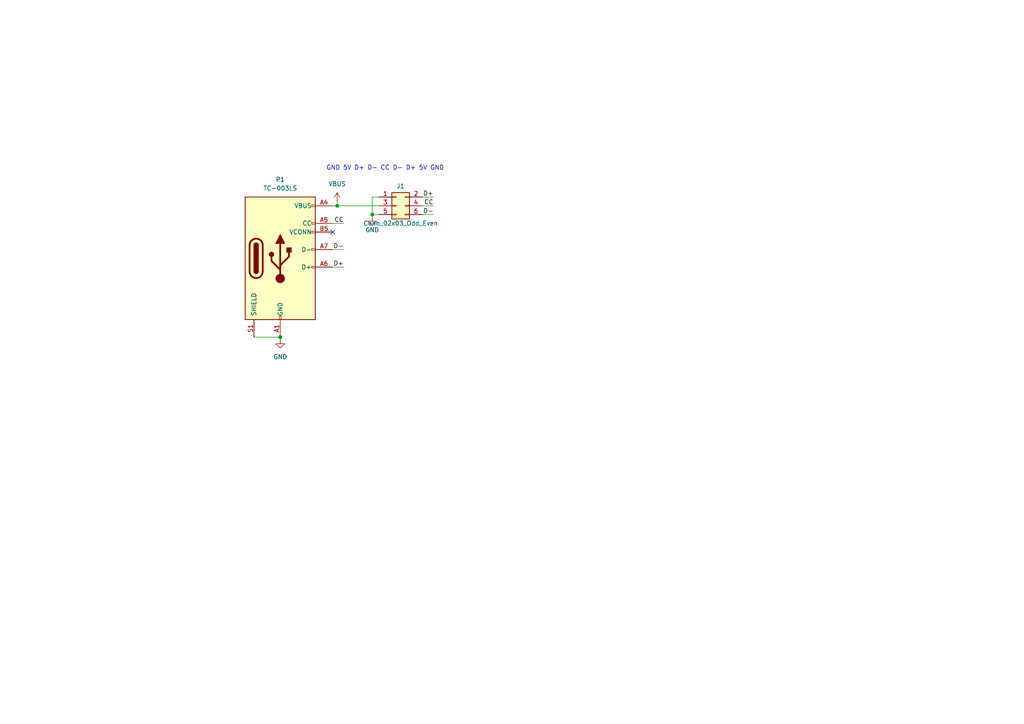
<source format=kicad_sch>
(kicad_sch (version 20230121) (generator eeschema)
  (paper "A4")
  (lib_symbols
    (symbol "Connector:USB_C_Plug_USB2.0" (pin_names (offset 1.016))
      (property "Reference" "P" (at -10.16 19.05 0))
      (property "Value" "USB_C_Plug_USB2.0" (at 12.7 19.05 0))
      (symbol "USB_C_Plug_USB2.0_0_0"
        (rectangle (start -0.254 -17.78) (end 0.254 -16.764))
        (rectangle (start 10.16 -2.286) (end 9.144 -2.794))
        (rectangle (start 10.16 2.794) (end 9.144 2.286))
        (rectangle (start 10.16 7.874) (end 9.144 7.366))
        (rectangle (start 10.16 10.414) (end 9.144 9.906))
        (rectangle (start 10.16 15.494) (end 9.144 14.986))
      )
      (symbol "USB_C_Plug_USB2.0_0_1"
        (rectangle (start -10.16 17.78) (end 10.16 -17.78) (stroke (width 0.254)) (fill (type background)))
        (arc (start -8.89 -3.81) (mid -6.985 -5.7067) (end -5.08 -3.81) (stroke (width 0.508)))
        (arc (start -7.62 -3.81) (mid -6.985 -4.4423) (end -6.35 -3.81) (stroke (width 0.254)))
        (arc (start -7.62 -3.81) (mid -6.985 -4.4423) (end -6.35 -3.81) (stroke (width 0.254)) (fill (type outline)))
        (rectangle (start -7.62 -3.81) (end -6.35 3.81) (stroke (width 0.254)) (fill (type outline)))
        (arc (start -6.35 3.81) (mid -6.985 4.4423) (end -7.62 3.81) (stroke (width 0.254)))
        (arc (start -6.35 3.81) (mid -6.985 4.4423) (end -7.62 3.81) (stroke (width 0.254)) (fill (type outline)))
        (arc (start -5.08 3.81) (mid -6.985 5.7067) (end -8.89 3.81) (stroke (width 0.508)))
        (circle (center -2.54 1.143) (radius 0.635) (stroke (width 0.254)) (fill (type outline)))
        (circle (center 0 -5.842) (radius 1.27) (fill (type outline)))
        (polyline (pts (xy -8.89 -3.81) (xy -8.89 3.81)) (stroke (width 0.508)))
        (polyline (pts (xy -5.08 3.81) (xy -5.08 -3.81)) (stroke (width 0.508)))
        (polyline (pts (xy 0 -5.842) (xy 0 4.318)) (stroke (width 0.508)))
        (polyline (pts (xy 0 -3.302) (xy -2.54 -0.762) (xy -2.54 0.508)) (stroke (width 0.508)))
        (polyline (pts (xy 0 -2.032) (xy 2.54 0.508) (xy 2.54 1.778)) (stroke (width 0.508)))
        (polyline (pts (xy -1.27 4.318) (xy 0 6.858) (xy 1.27 4.318) (xy -1.27 4.318)) (stroke (width 0.254)) (fill (type outline)))
        (rectangle (start 1.905 1.778) (end 3.175 3.048) (stroke (width 0.254)) (fill (type outline)))
      )
      (symbol "USB_C_Plug_USB2.0_1_1"
        (pin passive line (at 0 -22.86 90) (length 5.08) (name "GND") (number "A1"))
        (pin passive line (at 0 -22.86 90) (length 5.08) hide (name "GND") (number "A12"))
        (pin passive line (at 15.24 15.24 180) (length 5.08) (name "VBUS") (number "A4"))
        (pin bidirectional line (at 15.24 10.16 180) (length 5.08) (name "CC") (number "A5"))
        (pin bidirectional line (at 15.24 -2.54 180) (length 5.08) (name "D+") (number "A6"))
        (pin bidirectional line (at 15.24 2.54 180) (length 5.08) (name "D-") (number "A7"))
        (pin passive line (at 15.24 15.24 180) (length 5.08) hide (name "VBUS") (number "A9"))
        (pin passive line (at 0 -22.86 90) (length 5.08) hide (name "GND") (number "B1"))
        (pin passive line (at 0 -22.86 90) (length 5.08) hide (name "GND") (number "B12"))
        (pin passive line (at 15.24 15.24 180) (length 5.08) hide (name "VBUS") (number "B4"))
        (pin bidirectional line (at 15.24 7.62 180) (length 5.08) (name "VCONN") (number "B5"))
        (pin passive line (at 15.24 15.24 180) (length 5.08) hide (name "VBUS") (number "B9"))
        (pin passive line (at -7.62 -22.86 90) (length 5.08) (name "SHIELD") (number "S1"))
      )
    )
    (symbol "Connector_Generic:Conn_02x03_Odd_Even" (pin_names (offset 1.016) hide)
      (property "Reference" "J" (at 1.27 5.08 0))
      (property "Value" "Conn_02x03_Odd_Even" (at 1.27 -5.08 0))
      (symbol "Conn_02x03_Odd_Even_1_1"
        (rectangle (start -1.27 -2.413) (end 0 -2.667) (stroke (width 0.1524)))
        (rectangle (start -1.27 0.127) (end 0 -0.127) (stroke (width 0.1524)))
        (rectangle (start -1.27 2.667) (end 0 2.413) (stroke (width 0.1524)))
        (rectangle (start -1.27 3.81) (end 3.81 -3.81) (stroke (width 0.254)) (fill (type background)))
        (rectangle (start 3.81 -2.413) (end 2.54 -2.667) (stroke (width 0.1524)))
        (rectangle (start 3.81 0.127) (end 2.54 -0.127) (stroke (width 0.1524)))
        (rectangle (start 3.81 2.667) (end 2.54 2.413) (stroke (width 0.1524)))
        (pin passive line (at -5.08 2.54 0) (length 3.81) (name "Pin_1") (number "1"))
        (pin passive line (at 7.62 2.54 180) (length 3.81) (name "Pin_2") (number "2"))
        (pin passive line (at -5.08 0 0) (length 3.81) (name "Pin_3") (number "3"))
        (pin passive line (at 7.62 0 180) (length 3.81) (name "Pin_4") (number "4"))
        (pin passive line (at -5.08 -2.54 0) (length 3.81) (name "Pin_5") (number "5"))
        (pin passive line (at 7.62 -2.54 180) (length 3.81) (name "Pin_6") (number "6"))
      )
    )
    (symbol "power:GND" (power) (pin_names (offset 0))
      (property "Value" "GND" (at 0 -3.81 0))
      (symbol "GND_0_1"
        (polyline (pts (xy 0 0) (xy 0 -1.27) (xy 1.27 -1.27) (xy 0 -2.54) (xy -1.27 -1.27) (xy 0 -1.27)))
      )
      (symbol "GND_1_1"
        (pin power_in line (at 0 0 270) (length 0) hide (name "GND") (number "1"))
      )
    )
    (symbol "power:VBUS" (power) (pin_names (offset 0))
      (property "Value" "VBUS" (at 0 3.81 0))
      (symbol "VBUS_0_1"
        (polyline (pts (xy -0.762 1.27) (xy 0 2.54)))
        (polyline (pts (xy 0 0) (xy 0 2.54)))
        (polyline (pts (xy 0 2.54) (xy 0.762 1.27)))
      )
      (symbol "VBUS_1_1"
        (pin power_in line (at 0 0 90) (length 0) hide (name "VBUS") (number "1"))
      )
    )
  )
  (junction (at 107.95 62.23))
  (junction (at 97.79 59.69))
  (junction (at 81.28 97.79))
  (no_connect (at 96.52 67.31))
  (wire (pts (xy 107.95 62.865) (xy 107.95 62.23)))
  (wire (pts (xy 73.66 97.79) (xy 81.28 97.79)))
  (wire (pts (xy 99.695 64.77) (xy 96.52 64.77)))
  (wire (pts (xy 125.73 62.23) (xy 122.555 62.23)))
  (wire (pts (xy 81.28 98.425) (xy 81.28 97.79)))
  (wire (pts (xy 97.79 58.42) (xy 97.79 59.69)))
  (wire (pts (xy 107.95 62.23) (xy 109.855 62.23)))
  (wire (pts (xy 97.79 59.69) (xy 109.855 59.69)))
  (wire (pts (xy 97.79 59.69) (xy 96.52 59.69)))
  (wire (pts (xy 125.73 57.15) (xy 122.555 57.15)))
  (wire (pts (xy 107.95 57.15) (xy 109.855 57.15)))
  (wire (pts (xy 99.695 72.39) (xy 96.52 72.39)))
  (wire (pts (xy 125.73 59.69) (xy 122.555 59.69)))
  (wire (pts (xy 96.52 77.47) (xy 99.695 77.47)))
  (wire (pts (xy 107.95 62.23) (xy 107.95 57.15)))
  (text "GND 5V D+ D- CC D- D+ 5V GND\n" (at 94.615 49.53 0) (effects (font (size 1.27 1.27)) (justify left bottom)))
  (label "D+" (at 125.73 57.15 180))
  (label "D+" (at 99.695 77.47 180))
  (label "D-" (at 125.73 62.23 180))
  (label "CC" (at 125.73 59.69 180))
  (label "D-" (at 99.695 72.39 180))
  (label "CC" (at 99.695 64.77 180))
  (symbol (lib_id "Connector_Generic:Conn_02x03_Odd_Even") (at 114.935 59.69 0) (unit 1) (in_bom no)
    (property "Reference" "J1" (at 116.205 53.975 0))
    (property "Value" "Conn_02x03_Odd_Even" (at 116.205 64.77 0))
    (property "Footprint" "Connector_PinSocket_2.54mm:PinSocket_2x03_P2.54mm_Vertical" (effects hide))
  )
  (symbol (lib_id "power:GND") (at 107.95 62.865 0) (unit 1)
    (property "Reference" "#PWR02" (effects hide))
    (property "Value" "GND" (at 107.95 66.675 0))
  )
  (symbol (lib_id "power:VBUS") (at 97.79 58.42 0) (unit 1)
    (property "Reference" "#PWR03" (effects hide))
    (property "Value" "VBUS" (at 97.79 53.34 0))
  )
  (symbol (lib_id "Connector:USB_C_Plug_USB2.0") (at 81.28 74.93 0) (unit 1)
    (property "Reference" "P1" (at 81.28 52.07 0))
    (property "Value" "TC-003LS" (at 81.28 54.61 0))
    (property "Footprint" "H3_Connectors:TC-003LS" (effects hide))
    (property "Datasheet" "https://www.usb.org/sites/default/files/documents/usb_type-c.zip" (effects hide))
  )
  (symbol (lib_id "power:GND") (at 81.28 98.425 0) (unit 1)
    (property "Reference" "#PWR01" (effects hide))
    (property "Value" "GND" (at 81.28 103.505 0))
  )
)
</source>
